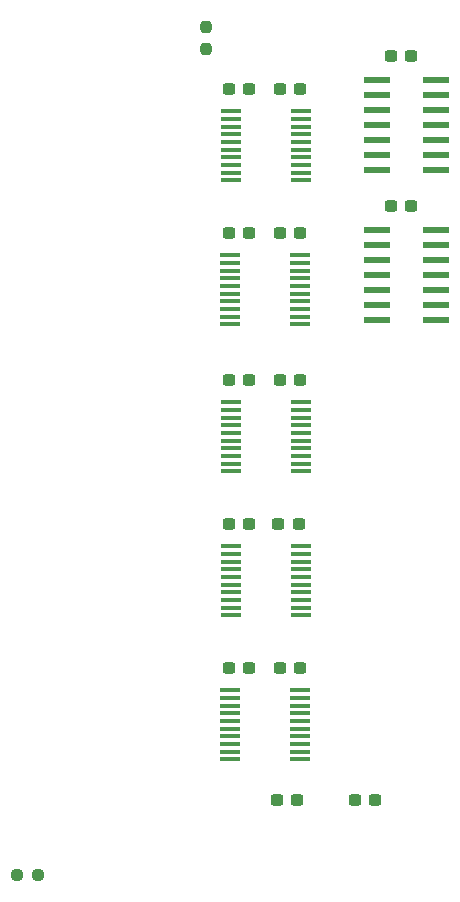
<source format=gbr>
G04 #@! TF.GenerationSoftware,KiCad,Pcbnew,7.0.11+dfsg-1build4*
G04 #@! TF.CreationDate,2024-11-14T17:16:33+09:00*
G04 #@! TF.ProjectId,base,62617365-2e6b-4696-9361-645f70636258,9*
G04 #@! TF.SameCoordinates,Original*
G04 #@! TF.FileFunction,Paste,Top*
G04 #@! TF.FilePolarity,Positive*
%FSLAX46Y46*%
G04 Gerber Fmt 4.6, Leading zero omitted, Abs format (unit mm)*
G04 Created by KiCad (PCBNEW 7.0.11+dfsg-1build4) date 2024-11-14 17:16:33*
%MOMM*%
%LPD*%
G01*
G04 APERTURE LIST*
G04 Aperture macros list*
%AMRoundRect*
0 Rectangle with rounded corners*
0 $1 Rounding radius*
0 $2 $3 $4 $5 $6 $7 $8 $9 X,Y pos of 4 corners*
0 Add a 4 corners polygon primitive as box body*
4,1,4,$2,$3,$4,$5,$6,$7,$8,$9,$2,$3,0*
0 Add four circle primitives for the rounded corners*
1,1,$1+$1,$2,$3*
1,1,$1+$1,$4,$5*
1,1,$1+$1,$6,$7*
1,1,$1+$1,$8,$9*
0 Add four rect primitives between the rounded corners*
20,1,$1+$1,$2,$3,$4,$5,0*
20,1,$1+$1,$4,$5,$6,$7,0*
20,1,$1+$1,$6,$7,$8,$9,0*
20,1,$1+$1,$8,$9,$2,$3,0*%
G04 Aperture macros list end*
%ADD10RoundRect,0.237500X-0.300000X-0.237500X0.300000X-0.237500X0.300000X0.237500X-0.300000X0.237500X0*%
%ADD11R,1.761998X0.354800*%
%ADD12RoundRect,0.237500X0.300000X0.237500X-0.300000X0.237500X-0.300000X-0.237500X0.300000X-0.237500X0*%
%ADD13RoundRect,0.237500X0.250000X0.237500X-0.250000X0.237500X-0.250000X-0.237500X0.250000X-0.237500X0*%
%ADD14R,2.269998X0.558000*%
%ADD15RoundRect,0.237500X0.237500X-0.250000X0.237500X0.250000X-0.237500X0.250000X-0.237500X-0.250000X0*%
G04 APERTURE END LIST*
D10*
X108011500Y-109624000D03*
X109736500Y-109624000D03*
D11*
X103802500Y-111525000D03*
X103802500Y-112175001D03*
X103802500Y-112824999D03*
X103802500Y-113475001D03*
X103802500Y-114124999D03*
X103802500Y-114774998D03*
X103802500Y-115424999D03*
X103802500Y-116074998D03*
X103802500Y-116724999D03*
X103802500Y-117374998D03*
X109744500Y-117375000D03*
X109744500Y-116725002D03*
X109744500Y-116075001D03*
X109744500Y-115425002D03*
X109744500Y-114775001D03*
X109744500Y-114125002D03*
X109744500Y-113475001D03*
X109744500Y-112825002D03*
X109744500Y-112175001D03*
X109744500Y-111525002D03*
D12*
X105418500Y-85240000D03*
X103693500Y-85240000D03*
D11*
X103871000Y-62492000D03*
X103871000Y-63142001D03*
X103871000Y-63791999D03*
X103871000Y-64442001D03*
X103871000Y-65091999D03*
X103871000Y-65741998D03*
X103871000Y-66391999D03*
X103871000Y-67041998D03*
X103871000Y-67691999D03*
X103871000Y-68341998D03*
X109813000Y-68342000D03*
X109813000Y-67692002D03*
X109813000Y-67042001D03*
X109813000Y-66392002D03*
X109813000Y-65742001D03*
X109813000Y-65092002D03*
X109813000Y-64442001D03*
X109813000Y-63792002D03*
X109813000Y-63142001D03*
X109813000Y-62492002D03*
D13*
X87585000Y-127150000D03*
X85760000Y-127150000D03*
D11*
X103871000Y-87141000D03*
X103871000Y-87791001D03*
X103871000Y-88440999D03*
X103871000Y-89091001D03*
X103871000Y-89740999D03*
X103871000Y-90390998D03*
X103871000Y-91040999D03*
X103871000Y-91690998D03*
X103871000Y-92340999D03*
X103871000Y-92990998D03*
X109813000Y-92991000D03*
X109813000Y-92341002D03*
X109813000Y-91691001D03*
X109813000Y-91041002D03*
X109813000Y-90391001D03*
X109813000Y-89741002D03*
X109813000Y-89091001D03*
X109813000Y-88441002D03*
X109813000Y-87791001D03*
X109813000Y-87141002D03*
D12*
X105418500Y-97432000D03*
X103693500Y-97432000D03*
D14*
X116240000Y-59840000D03*
X116240000Y-61110000D03*
X116240000Y-62380000D03*
X116240000Y-63650000D03*
X116240000Y-64920000D03*
X116240000Y-66190000D03*
X116240000Y-67460000D03*
X121267600Y-67460000D03*
X121267600Y-66190000D03*
X121267600Y-64920000D03*
X121267600Y-63650000D03*
X121267600Y-62380000D03*
X121267600Y-61110000D03*
X121267600Y-59840000D03*
D12*
X119134500Y-57808000D03*
X117409500Y-57808000D03*
D14*
X116240000Y-72540000D03*
X116240000Y-73810000D03*
X116240000Y-75080000D03*
X116240000Y-76350000D03*
X116240000Y-77620000D03*
X116240000Y-78890000D03*
X116240000Y-80160000D03*
X121267600Y-80160000D03*
X121267600Y-78890000D03*
X121267600Y-77620000D03*
X121267600Y-76350000D03*
X121267600Y-75080000D03*
X121267600Y-73810000D03*
X121267600Y-72540000D03*
D10*
X107911000Y-97432000D03*
X109636000Y-97432000D03*
X108011500Y-72794000D03*
X109736500Y-72794000D03*
D15*
X101762000Y-57196500D03*
X101762000Y-55371500D03*
D12*
X116086500Y-120800000D03*
X114361500Y-120800000D03*
D10*
X107757500Y-120800000D03*
X109482500Y-120800000D03*
D12*
X119134500Y-70508000D03*
X117409500Y-70508000D03*
D10*
X108011500Y-60602000D03*
X109736500Y-60602000D03*
D11*
X103802500Y-74695000D03*
X103802500Y-75345001D03*
X103802500Y-75994999D03*
X103802500Y-76645001D03*
X103802500Y-77294999D03*
X103802500Y-77944998D03*
X103802500Y-78594999D03*
X103802500Y-79244998D03*
X103802500Y-79894999D03*
X103802500Y-80544998D03*
X109744500Y-80545000D03*
X109744500Y-79895002D03*
X109744500Y-79245001D03*
X109744500Y-78595002D03*
X109744500Y-77945001D03*
X109744500Y-77295002D03*
X109744500Y-76645001D03*
X109744500Y-75995002D03*
X109744500Y-75345001D03*
X109744500Y-74695002D03*
D12*
X105418500Y-72794000D03*
X103693500Y-72794000D03*
D10*
X108011500Y-85240000D03*
X109736500Y-85240000D03*
D11*
X103871000Y-99333000D03*
X103871000Y-99983001D03*
X103871000Y-100632999D03*
X103871000Y-101283001D03*
X103871000Y-101932999D03*
X103871000Y-102582998D03*
X103871000Y-103232999D03*
X103871000Y-103882998D03*
X103871000Y-104532999D03*
X103871000Y-105182998D03*
X109813000Y-105183000D03*
X109813000Y-104533002D03*
X109813000Y-103883001D03*
X109813000Y-103233002D03*
X109813000Y-102583001D03*
X109813000Y-101933002D03*
X109813000Y-101283001D03*
X109813000Y-100633002D03*
X109813000Y-99983001D03*
X109813000Y-99333002D03*
D12*
X105418500Y-109624000D03*
X103693500Y-109624000D03*
X105418500Y-60602000D03*
X103693500Y-60602000D03*
M02*

</source>
